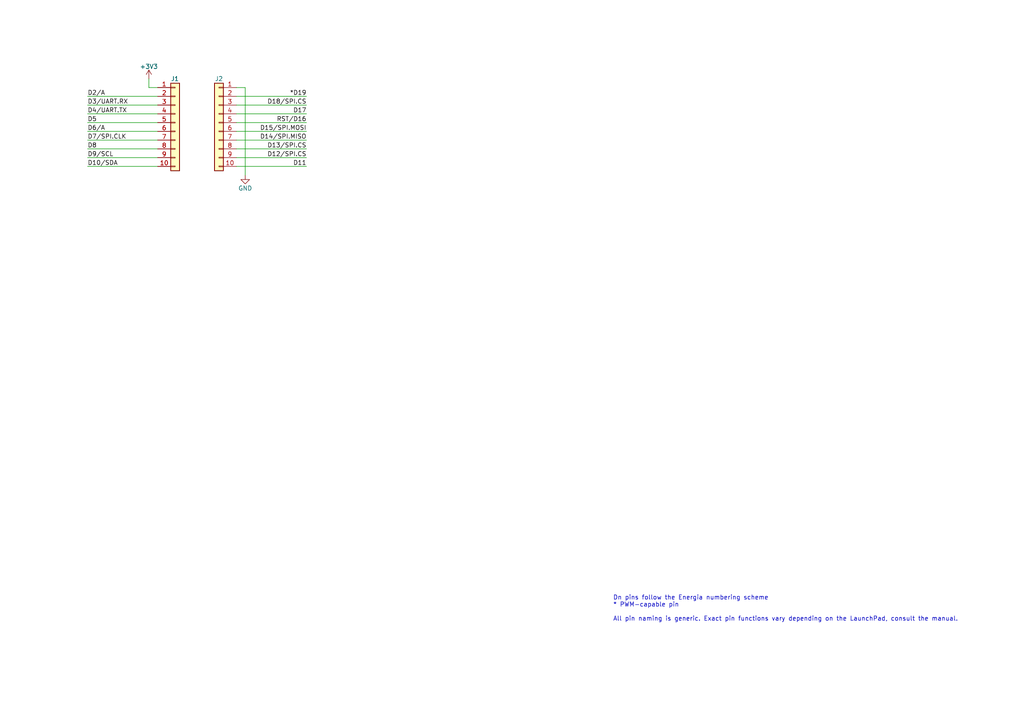
<source format=kicad_sch>
(kicad_sch
	(version 20231120)
	(generator "eeschema")
	(generator_version "8.0")
	(uuid "e63e39d7-6ac0-4ffd-8aa3-1841a4541b55")
	(paper "A4")
	(title_block
		(date "19 oct 2012")
	)
	(lib_symbols
		(symbol "Connector_Generic:Conn_01x10"
			(pin_names
				(offset 1.016) hide)
			(exclude_from_sim no)
			(in_bom yes)
			(on_board yes)
			(property "Reference" "J"
				(at 0 12.7 0)
				(effects
					(font
						(size 1.27 1.27)
					)
				)
			)
			(property "Value" "Conn_01x10"
				(at 0 -15.24 0)
				(effects
					(font
						(size 1.27 1.27)
					)
				)
			)
			(property "Footprint" ""
				(at 0 0 0)
				(effects
					(font
						(size 1.27 1.27)
					)
					(hide yes)
				)
			)
			(property "Datasheet" "~"
				(at 0 0 0)
				(effects
					(font
						(size 1.27 1.27)
					)
					(hide yes)
				)
			)
			(property "Description" "Generic connector, single row, 01x10, script generated (kicad-library-utils/schlib/autogen/connector/)"
				(at 0 0 0)
				(effects
					(font
						(size 1.27 1.27)
					)
					(hide yes)
				)
			)
			(property "ki_keywords" "connector"
				(at 0 0 0)
				(effects
					(font
						(size 1.27 1.27)
					)
					(hide yes)
				)
			)
			(property "ki_fp_filters" "Connector*:*_1x??_*"
				(at 0 0 0)
				(effects
					(font
						(size 1.27 1.27)
					)
					(hide yes)
				)
			)
			(symbol "Conn_01x10_1_1"
				(rectangle
					(start -1.27 -12.573)
					(end 0 -12.827)
					(stroke
						(width 0.1524)
						(type default)
					)
					(fill
						(type none)
					)
				)
				(rectangle
					(start -1.27 -10.033)
					(end 0 -10.287)
					(stroke
						(width 0.1524)
						(type default)
					)
					(fill
						(type none)
					)
				)
				(rectangle
					(start -1.27 -7.493)
					(end 0 -7.747)
					(stroke
						(width 0.1524)
						(type default)
					)
					(fill
						(type none)
					)
				)
				(rectangle
					(start -1.27 -4.953)
					(end 0 -5.207)
					(stroke
						(width 0.1524)
						(type default)
					)
					(fill
						(type none)
					)
				)
				(rectangle
					(start -1.27 -2.413)
					(end 0 -2.667)
					(stroke
						(width 0.1524)
						(type default)
					)
					(fill
						(type none)
					)
				)
				(rectangle
					(start -1.27 0.127)
					(end 0 -0.127)
					(stroke
						(width 0.1524)
						(type default)
					)
					(fill
						(type none)
					)
				)
				(rectangle
					(start -1.27 2.667)
					(end 0 2.413)
					(stroke
						(width 0.1524)
						(type default)
					)
					(fill
						(type none)
					)
				)
				(rectangle
					(start -1.27 5.207)
					(end 0 4.953)
					(stroke
						(width 0.1524)
						(type default)
					)
					(fill
						(type none)
					)
				)
				(rectangle
					(start -1.27 7.747)
					(end 0 7.493)
					(stroke
						(width 0.1524)
						(type default)
					)
					(fill
						(type none)
					)
				)
				(rectangle
					(start -1.27 10.287)
					(end 0 10.033)
					(stroke
						(width 0.1524)
						(type default)
					)
					(fill
						(type none)
					)
				)
				(rectangle
					(start -1.27 11.43)
					(end 1.27 -13.97)
					(stroke
						(width 0.254)
						(type default)
					)
					(fill
						(type background)
					)
				)
				(pin passive line
					(at -5.08 10.16 0)
					(length 3.81)
					(name "Pin_1"
						(effects
							(font
								(size 1.27 1.27)
							)
						)
					)
					(number "1"
						(effects
							(font
								(size 1.27 1.27)
							)
						)
					)
				)
				(pin passive line
					(at -5.08 -12.7 0)
					(length 3.81)
					(name "Pin_10"
						(effects
							(font
								(size 1.27 1.27)
							)
						)
					)
					(number "10"
						(effects
							(font
								(size 1.27 1.27)
							)
						)
					)
				)
				(pin passive line
					(at -5.08 7.62 0)
					(length 3.81)
					(name "Pin_2"
						(effects
							(font
								(size 1.27 1.27)
							)
						)
					)
					(number "2"
						(effects
							(font
								(size 1.27 1.27)
							)
						)
					)
				)
				(pin passive line
					(at -5.08 5.08 0)
					(length 3.81)
					(name "Pin_3"
						(effects
							(font
								(size 1.27 1.27)
							)
						)
					)
					(number "3"
						(effects
							(font
								(size 1.27 1.27)
							)
						)
					)
				)
				(pin passive line
					(at -5.08 2.54 0)
					(length 3.81)
					(name "Pin_4"
						(effects
							(font
								(size 1.27 1.27)
							)
						)
					)
					(number "4"
						(effects
							(font
								(size 1.27 1.27)
							)
						)
					)
				)
				(pin passive line
					(at -5.08 0 0)
					(length 3.81)
					(name "Pin_5"
						(effects
							(font
								(size 1.27 1.27)
							)
						)
					)
					(number "5"
						(effects
							(font
								(size 1.27 1.27)
							)
						)
					)
				)
				(pin passive line
					(at -5.08 -2.54 0)
					(length 3.81)
					(name "Pin_6"
						(effects
							(font
								(size 1.27 1.27)
							)
						)
					)
					(number "6"
						(effects
							(font
								(size 1.27 1.27)
							)
						)
					)
				)
				(pin passive line
					(at -5.08 -5.08 0)
					(length 3.81)
					(name "Pin_7"
						(effects
							(font
								(size 1.27 1.27)
							)
						)
					)
					(number "7"
						(effects
							(font
								(size 1.27 1.27)
							)
						)
					)
				)
				(pin passive line
					(at -5.08 -7.62 0)
					(length 3.81)
					(name "Pin_8"
						(effects
							(font
								(size 1.27 1.27)
							)
						)
					)
					(number "8"
						(effects
							(font
								(size 1.27 1.27)
							)
						)
					)
				)
				(pin passive line
					(at -5.08 -10.16 0)
					(length 3.81)
					(name "Pin_9"
						(effects
							(font
								(size 1.27 1.27)
							)
						)
					)
					(number "9"
						(effects
							(font
								(size 1.27 1.27)
							)
						)
					)
				)
			)
		)
		(symbol "power:+3.3V"
			(power)
			(pin_names
				(offset 0)
			)
			(exclude_from_sim no)
			(in_bom yes)
			(on_board yes)
			(property "Reference" "#PWR"
				(at 0 -3.81 0)
				(effects
					(font
						(size 1.27 1.27)
					)
					(hide yes)
				)
			)
			(property "Value" "+3.3V"
				(at 0 3.556 0)
				(effects
					(font
						(size 1.27 1.27)
					)
				)
			)
			(property "Footprint" ""
				(at 0 0 0)
				(effects
					(font
						(size 1.27 1.27)
					)
					(hide yes)
				)
			)
			(property "Datasheet" ""
				(at 0 0 0)
				(effects
					(font
						(size 1.27 1.27)
					)
					(hide yes)
				)
			)
			(property "Description" "Power symbol creates a global label with name \"+3.3V\""
				(at 0 0 0)
				(effects
					(font
						(size 1.27 1.27)
					)
					(hide yes)
				)
			)
			(property "ki_keywords" "power-flag"
				(at 0 0 0)
				(effects
					(font
						(size 1.27 1.27)
					)
					(hide yes)
				)
			)
			(symbol "+3.3V_0_1"
				(polyline
					(pts
						(xy -0.762 1.27) (xy 0 2.54)
					)
					(stroke
						(width 0)
						(type default)
					)
					(fill
						(type none)
					)
				)
				(polyline
					(pts
						(xy 0 0) (xy 0 2.54)
					)
					(stroke
						(width 0)
						(type default)
					)
					(fill
						(type none)
					)
				)
				(polyline
					(pts
						(xy 0 2.54) (xy 0.762 1.27)
					)
					(stroke
						(width 0)
						(type default)
					)
					(fill
						(type none)
					)
				)
			)
			(symbol "+3.3V_1_1"
				(pin power_in line
					(at 0 0 90)
					(length 0) hide
					(name "+3V3"
						(effects
							(font
								(size 1.27 1.27)
							)
						)
					)
					(number "1"
						(effects
							(font
								(size 1.27 1.27)
							)
						)
					)
				)
			)
		)
		(symbol "power:GND"
			(power)
			(pin_names
				(offset 0)
			)
			(exclude_from_sim no)
			(in_bom yes)
			(on_board yes)
			(property "Reference" "#PWR"
				(at 0 -6.35 0)
				(effects
					(font
						(size 1.27 1.27)
					)
					(hide yes)
				)
			)
			(property "Value" "GND"
				(at 0 -3.81 0)
				(effects
					(font
						(size 1.27 1.27)
					)
				)
			)
			(property "Footprint" ""
				(at 0 0 0)
				(effects
					(font
						(size 1.27 1.27)
					)
					(hide yes)
				)
			)
			(property "Datasheet" ""
				(at 0 0 0)
				(effects
					(font
						(size 1.27 1.27)
					)
					(hide yes)
				)
			)
			(property "Description" "Power symbol creates a global label with name \"GND\" , ground"
				(at 0 0 0)
				(effects
					(font
						(size 1.27 1.27)
					)
					(hide yes)
				)
			)
			(property "ki_keywords" "power-flag"
				(at 0 0 0)
				(effects
					(font
						(size 1.27 1.27)
					)
					(hide yes)
				)
			)
			(symbol "GND_0_1"
				(polyline
					(pts
						(xy 0 0) (xy 0 -1.27) (xy 1.27 -1.27) (xy 0 -2.54) (xy -1.27 -1.27) (xy 0 -1.27)
					)
					(stroke
						(width 0)
						(type default)
					)
					(fill
						(type none)
					)
				)
			)
			(symbol "GND_1_1"
				(pin power_in line
					(at 0 0 270)
					(length 0) hide
					(name "GND"
						(effects
							(font
								(size 1.27 1.27)
							)
						)
					)
					(number "1"
						(effects
							(font
								(size 1.27 1.27)
							)
						)
					)
				)
			)
		)
	)
	(wire
		(pts
			(xy 68.58 45.72) (xy 88.9 45.72)
		)
		(stroke
			(width 0)
			(type solid)
		)
		(uuid "01cba31e-dfc8-4689-b037-01975897e965")
	)
	(wire
		(pts
			(xy 68.58 27.94) (xy 88.9 27.94)
		)
		(stroke
			(width 0)
			(type solid)
		)
		(uuid "0589a47d-8535-481a-bf83-5ca7165b5e4f")
	)
	(wire
		(pts
			(xy 68.58 48.26) (xy 88.9 48.26)
		)
		(stroke
			(width 0)
			(type solid)
		)
		(uuid "063a9063-17f1-4ac4-b86d-829de15debc2")
	)
	(wire
		(pts
			(xy 25.4 35.56) (xy 45.72 35.56)
		)
		(stroke
			(width 0)
			(type solid)
		)
		(uuid "0681aec3-e9c8-47e7-a823-1fa9d47f4fb3")
	)
	(wire
		(pts
			(xy 68.58 35.56) (xy 88.9 35.56)
		)
		(stroke
			(width 0)
			(type solid)
		)
		(uuid "09f1baab-09b9-4de8-8eec-cac356723d04")
	)
	(wire
		(pts
			(xy 25.4 40.64) (xy 45.72 40.64)
		)
		(stroke
			(width 0)
			(type solid)
		)
		(uuid "2f7f2d7e-c226-434c-aae0-baa1765145fa")
	)
	(wire
		(pts
			(xy 25.4 27.94) (xy 45.72 27.94)
		)
		(stroke
			(width 0)
			(type solid)
		)
		(uuid "45c034b4-2197-431a-b43b-c2eefeb0e7a5")
	)
	(wire
		(pts
			(xy 25.4 30.48) (xy 45.72 30.48)
		)
		(stroke
			(width 0)
			(type solid)
		)
		(uuid "527016d1-36ac-49c7-9526-c179583180a3")
	)
	(wire
		(pts
			(xy 25.4 48.26) (xy 45.72 48.26)
		)
		(stroke
			(width 0)
			(type solid)
		)
		(uuid "5de655f4-a35c-4db9-b72c-ffdde0b2969d")
	)
	(wire
		(pts
			(xy 68.58 30.48) (xy 88.9 30.48)
		)
		(stroke
			(width 0)
			(type solid)
		)
		(uuid "71ef4f72-e874-4d2e-9100-0617da5300f6")
	)
	(wire
		(pts
			(xy 25.4 45.72) (xy 45.72 45.72)
		)
		(stroke
			(width 0)
			(type solid)
		)
		(uuid "822f6c40-ad66-4bbc-a484-cd5f0723fb4e")
	)
	(wire
		(pts
			(xy 25.4 43.18) (xy 45.72 43.18)
		)
		(stroke
			(width 0)
			(type solid)
		)
		(uuid "89a49efc-78b3-44d7-a15f-7dbf26701fab")
	)
	(wire
		(pts
			(xy 68.58 25.4) (xy 71.12 25.4)
		)
		(stroke
			(width 0)
			(type solid)
		)
		(uuid "a5f5cd64-888a-472e-98c2-b4966cf172a1")
	)
	(wire
		(pts
			(xy 71.12 25.4) (xy 71.12 50.8)
		)
		(stroke
			(width 0)
			(type solid)
		)
		(uuid "a5f5cd64-888a-472e-98c2-b4966cf172a2")
	)
	(wire
		(pts
			(xy 68.58 43.18) (xy 88.9 43.18)
		)
		(stroke
			(width 0)
			(type solid)
		)
		(uuid "aa6d0e1b-a62d-4762-b725-dac74bbc5409")
	)
	(wire
		(pts
			(xy 43.18 22.86) (xy 43.18 25.4)
		)
		(stroke
			(width 0)
			(type solid)
		)
		(uuid "b5e0652f-cdd3-47cc-aecd-ac0ebcb880cd")
	)
	(wire
		(pts
			(xy 45.72 25.4) (xy 43.18 25.4)
		)
		(stroke
			(width 0)
			(type solid)
		)
		(uuid "b5e0652f-cdd3-47cc-aecd-ac0ebcb880ce")
	)
	(wire
		(pts
			(xy 68.58 33.02) (xy 88.9 33.02)
		)
		(stroke
			(width 0)
			(type solid)
		)
		(uuid "c55fd8e7-7561-4379-87a5-5d9e15b471b7")
	)
	(wire
		(pts
			(xy 68.58 40.64) (xy 88.9 40.64)
		)
		(stroke
			(width 0)
			(type solid)
		)
		(uuid "ca3da08c-e284-4971-b854-8dc66223b4ac")
	)
	(wire
		(pts
			(xy 25.4 38.1) (xy 45.72 38.1)
		)
		(stroke
			(width 0)
			(type solid)
		)
		(uuid "d336abc2-5ef5-49b7-b188-6bef753e637c")
	)
	(wire
		(pts
			(xy 25.4 33.02) (xy 45.72 33.02)
		)
		(stroke
			(width 0)
			(type solid)
		)
		(uuid "d59fc7d9-2c08-4791-9ac2-b7308c1a1d0d")
	)
	(wire
		(pts
			(xy 68.58 38.1) (xy 88.9 38.1)
		)
		(stroke
			(width 0)
			(type solid)
		)
		(uuid "d734cd3d-c573-423a-991d-59193f7acb85")
	)
	(text "Dn pins follow the Energia numbering scheme\n* PWM-capable pin\n\nAll pin naming is generic. Exact pin functions vary depending on the LaunchPad, consult the manual."
		(exclude_from_sim no)
		(at 177.8 180.34 0)
		(effects
			(font
				(size 1.27 1.27)
			)
			(justify left bottom)
		)
		(uuid "ff0526bf-5744-46b0-bc6a-c66cc45c67f9")
	)
	(label "D2{slash}A"
		(at 25.4 27.94 0)
		(fields_autoplaced yes)
		(effects
			(font
				(size 1.27 1.27)
			)
			(justify left bottom)
		)
		(uuid "029e8c6c-f4ab-40c9-b6a9-c2f28ac13747")
	)
	(label "D11"
		(at 88.9 48.26 180)
		(fields_autoplaced yes)
		(effects
			(font
				(size 1.27 1.27)
			)
			(justify right bottom)
		)
		(uuid "0523f2f8-b3c8-44cf-983e-d30e47cb4409")
	)
	(label "D15{slash}SPI.MOSI"
		(at 88.9 38.1 180)
		(fields_autoplaced yes)
		(effects
			(font
				(size 1.27 1.27)
			)
			(justify right bottom)
		)
		(uuid "09b08b4f-0e69-4590-bb0b-6d9574d88f3f")
	)
	(label "D18{slash}SPI.CS"
		(at 88.9 30.48 180)
		(fields_autoplaced yes)
		(effects
			(font
				(size 1.27 1.27)
			)
			(justify right bottom)
		)
		(uuid "220e5a85-82ff-42b1-aad9-c387d6a8ad31")
	)
	(label "D7{slash}SPI.CLK"
		(at 25.4 40.64 0)
		(fields_autoplaced yes)
		(effects
			(font
				(size 1.27 1.27)
			)
			(justify left bottom)
		)
		(uuid "3330c993-4051-4fc1-976d-89a939813aaa")
	)
	(label "D17"
		(at 88.9 33.02 180)
		(fields_autoplaced yes)
		(effects
			(font
				(size 1.27 1.27)
			)
			(justify right bottom)
		)
		(uuid "500a738a-758e-4c5a-82ff-d892c8dc5e5e")
	)
	(label "D6{slash}A"
		(at 25.4 38.1 0)
		(fields_autoplaced yes)
		(effects
			(font
				(size 1.27 1.27)
			)
			(justify left bottom)
		)
		(uuid "530e4eaf-d5ad-41b6-96c8-76391e54474a")
	)
	(label "*D19"
		(at 88.9 27.94 180)
		(fields_autoplaced yes)
		(effects
			(font
				(size 1.27 1.27)
			)
			(justify right bottom)
		)
		(uuid "53aa76c1-4115-417f-81d8-1dd0a43ebbc1")
	)
	(label "D9{slash}SCL"
		(at 25.4 45.72 0)
		(fields_autoplaced yes)
		(effects
			(font
				(size 1.27 1.27)
			)
			(justify left bottom)
		)
		(uuid "63621ff3-ad5c-4c4b-ac42-4ee974ceffec")
	)
	(label "RST{slash}D16"
		(at 88.9 35.56 180)
		(fields_autoplaced yes)
		(effects
			(font
				(size 1.27 1.27)
			)
			(justify right bottom)
		)
		(uuid "6463328b-0f34-4c79-84a7-c449f6d17db7")
	)
	(label "D10{slash}SDA"
		(at 25.4 48.26 0)
		(fields_autoplaced yes)
		(effects
			(font
				(size 1.27 1.27)
			)
			(justify left bottom)
		)
		(uuid "71f1229a-a3d3-4f6f-a633-2a4027d99bac")
	)
	(label "D5"
		(at 25.4 35.56 0)
		(fields_autoplaced yes)
		(effects
			(font
				(size 1.27 1.27)
			)
			(justify left bottom)
		)
		(uuid "7b450686-27d6-401f-adae-5eb3af37f3ca")
	)
	(label "D13{slash}SPI.CS"
		(at 88.9 43.18 180)
		(fields_autoplaced yes)
		(effects
			(font
				(size 1.27 1.27)
			)
			(justify right bottom)
		)
		(uuid "9ee50497-13cf-46d8-8ce5-ca736b2ed666")
	)
	(label "D4{slash}UART.TX"
		(at 25.4 33.02 0)
		(fields_autoplaced yes)
		(effects
			(font
				(size 1.27 1.27)
			)
			(justify left bottom)
		)
		(uuid "a21efc7a-10cd-4707-816c-d96816d741dc")
	)
	(label "D8"
		(at 25.4 43.18 0)
		(fields_autoplaced yes)
		(effects
			(font
				(size 1.27 1.27)
			)
			(justify left bottom)
		)
		(uuid "a345c7b0-d6f4-43ae-b508-40c9af799bce")
	)
	(label "D14{slash}SPI.MISO"
		(at 88.9 40.64 180)
		(fields_autoplaced yes)
		(effects
			(font
				(size 1.27 1.27)
			)
			(justify right bottom)
		)
		(uuid "c899abb5-dece-4f89-84cb-ddec35998d2a")
	)
	(label "D12{slash}SPI.CS"
		(at 88.9 45.72 180)
		(fields_autoplaced yes)
		(effects
			(font
				(size 1.27 1.27)
			)
			(justify right bottom)
		)
		(uuid "d09eefa0-fa20-485b-9386-8a887d0ddfdb")
	)
	(label "D3{slash}UART.RX"
		(at 25.4 30.48 0)
		(fields_autoplaced yes)
		(effects
			(font
				(size 1.27 1.27)
			)
			(justify left bottom)
		)
		(uuid "d205112a-d14c-46a2-b1d7-629949b50ee6")
	)
	(symbol
		(lib_id "Connector_Generic:Conn_01x10")
		(at 50.8 35.56 0)
		(unit 1)
		(exclude_from_sim no)
		(in_bom yes)
		(on_board yes)
		(dnp no)
		(uuid "78da23de-1006-46e5-8c2b-1930d382d592")
		(property "Reference" "J1"
			(at 49.53 22.86 0)
			(effects
				(font
					(size 1.27 1.27)
				)
				(justify left)
			)
		)
		(property "Value" "Conn_01x10"
			(at 53.34 39.37 0)
			(effects
				(font
					(size 1.27 1.27)
				)
				(justify left)
				(hide yes)
			)
		)
		(property "Footprint" "Connector_PinSocket_2.54mm:PinSocket_1x10_P2.54mm_Vertical"
			(at 50.8 35.56 0)
			(effects
				(font
					(size 1.27 1.27)
				)
				(hide yes)
			)
		)
		(property "Datasheet" "~"
			(at 50.8 35.56 0)
			(effects
				(font
					(size 1.27 1.27)
				)
				(hide yes)
			)
		)
		(property "Description" ""
			(at 50.8 35.56 0)
			(effects
				(font
					(size 1.27 1.27)
				)
				(hide yes)
			)
		)
		(pin "1"
			(uuid "2e9d57b7-5f10-4ec9-9f93-abc4fbb51347")
		)
		(pin "10"
			(uuid "0b5d78c9-27a2-4b8b-a148-933605788bc6")
		)
		(pin "2"
			(uuid "934ea286-6905-44cb-897b-2ab7d3e108a0")
		)
		(pin "3"
			(uuid "8a28b0dc-1c60-4da8-bff4-4e864a128f3d")
		)
		(pin "4"
			(uuid "33bfa367-442f-47be-aa2c-49ddbfe9c0a3")
		)
		(pin "5"
			(uuid "7e592b9b-8a18-4682-aefe-ba9690d03cb0")
		)
		(pin "6"
			(uuid "43186c44-b0bd-4e93-8640-fffe06b8f818")
		)
		(pin "7"
			(uuid "86e1cc7f-7b41-42c8-a32b-8b8e934dbfcc")
		)
		(pin "8"
			(uuid "0f256d66-65e9-4d0e-8531-2f91dfdb3c75")
		)
		(pin "9"
			(uuid "f0f5b570-5d86-4e4e-b66d-08ea9c3a9a31")
		)
		(instances
			(project "TI-LaunchPad-BoosterPack-20pin"
				(path "/e63e39d7-6ac0-4ffd-8aa3-1841a4541b55"
					(reference "J1")
					(unit 1)
				)
			)
		)
	)
	(symbol
		(lib_id "power:+3.3V")
		(at 43.18 22.86 0)
		(unit 1)
		(exclude_from_sim no)
		(in_bom yes)
		(on_board yes)
		(dnp no)
		(uuid "a5c4aa61-c742-44ba-bdb2-6425c30d76ef")
		(property "Reference" "#PWR?"
			(at 43.18 26.67 0)
			(effects
				(font
					(size 1.27 1.27)
				)
				(hide yes)
			)
		)
		(property "Value" "+3V3"
			(at 43.18 19.304 0)
			(effects
				(font
					(size 1.27 1.27)
				)
			)
		)
		(property "Footprint" ""
			(at 43.18 22.86 0)
			(effects
				(font
					(size 1.27 1.27)
				)
				(hide yes)
			)
		)
		(property "Datasheet" ""
			(at 43.18 22.86 0)
			(effects
				(font
					(size 1.27 1.27)
				)
				(hide yes)
			)
		)
		(property "Description" ""
			(at 43.18 22.86 0)
			(effects
				(font
					(size 1.27 1.27)
				)
				(hide yes)
			)
		)
		(pin "1"
			(uuid "44ac796e-261a-437f-a011-ff7cfc78c64e")
		)
		(instances
			(project "TI-LaunchPad-BoosterPack-20pin"
				(path "/e63e39d7-6ac0-4ffd-8aa3-1841a4541b55"
					(reference "#PWR?")
					(unit 1)
				)
			)
		)
	)
	(symbol
		(lib_id "Connector_Generic:Conn_01x10")
		(at 63.5 35.56 0)
		(mirror y)
		(unit 1)
		(exclude_from_sim no)
		(in_bom yes)
		(on_board yes)
		(dnp no)
		(uuid "c4fa8853-74cd-43c9-9f31-23e13d3e7b9b")
		(property "Reference" "J2"
			(at 63.5 22.86 0)
			(effects
				(font
					(size 1.27 1.27)
				)
			)
		)
		(property "Value" "Conn_01x10"
			(at 66.04 52.07 0)
			(effects
				(font
					(size 1.27 1.27)
				)
				(hide yes)
			)
		)
		(property "Footprint" "Connector_PinSocket_2.54mm:PinSocket_1x10_P2.54mm_Vertical"
			(at 63.5 35.56 0)
			(effects
				(font
					(size 1.27 1.27)
				)
				(hide yes)
			)
		)
		(property "Datasheet" "~"
			(at 63.5 35.56 0)
			(effects
				(font
					(size 1.27 1.27)
				)
				(hide yes)
			)
		)
		(property "Description" ""
			(at 63.5 35.56 0)
			(effects
				(font
					(size 1.27 1.27)
				)
				(hide yes)
			)
		)
		(pin "1"
			(uuid "3674601f-fca7-42a5-bee9-32ab5e471e0a")
		)
		(pin "10"
			(uuid "9d2832be-a1cf-4952-b3b4-03c3839a6d92")
		)
		(pin "2"
			(uuid "2c9b3101-9c88-4bb4-8596-5a2daece74e9")
		)
		(pin "3"
			(uuid "701b6725-1902-4b6e-9290-47061f08564c")
		)
		(pin "4"
			(uuid "b6342888-4ac4-47f0-a217-33eab22b65aa")
		)
		(pin "5"
			(uuid "1de15457-47d6-4d07-82da-7a7b8b292a71")
		)
		(pin "6"
			(uuid "530c43b2-fb22-470c-8145-923a22ce8d94")
		)
		(pin "7"
			(uuid "a86523eb-b45b-4079-bcab-1c8ff45b5306")
		)
		(pin "8"
			(uuid "a9b7de3e-26ba-4c1e-bc37-47c185a7a314")
		)
		(pin "9"
			(uuid "61acdc80-adad-408a-a539-3af346e534c9")
		)
		(instances
			(project "TI-LaunchPad-BoosterPack-20pin"
				(path "/e63e39d7-6ac0-4ffd-8aa3-1841a4541b55"
					(reference "J2")
					(unit 1)
				)
			)
		)
	)
	(symbol
		(lib_id "power:GND")
		(at 71.12 50.8 0)
		(unit 1)
		(exclude_from_sim no)
		(in_bom yes)
		(on_board yes)
		(dnp no)
		(uuid "f5be977d-b942-4d87-a9da-3ed7e08a970d")
		(property "Reference" "#PWR?"
			(at 71.12 57.15 0)
			(effects
				(font
					(size 1.27 1.27)
				)
				(hide yes)
			)
		)
		(property "Value" "GND"
			(at 71.12 54.61 0)
			(effects
				(font
					(size 1.27 1.27)
				)
			)
		)
		(property "Footprint" ""
			(at 71.12 50.8 0)
			(effects
				(font
					(size 1.27 1.27)
				)
				(hide yes)
			)
		)
		(property "Datasheet" ""
			(at 71.12 50.8 0)
			(effects
				(font
					(size 1.27 1.27)
				)
				(hide yes)
			)
		)
		(property "Description" ""
			(at 71.12 50.8 0)
			(effects
				(font
					(size 1.27 1.27)
				)
				(hide yes)
			)
		)
		(pin "1"
			(uuid "3be1bb7c-fe27-4976-b2ec-07a4b042bd76")
		)
		(instances
			(project "TI-LaunchPad-BoosterPack-20pin"
				(path "/e63e39d7-6ac0-4ffd-8aa3-1841a4541b55"
					(reference "#PWR?")
					(unit 1)
				)
			)
		)
	)
	(sheet_instances
		(path "/"
			(page "1")
		)
	)
)
</source>
